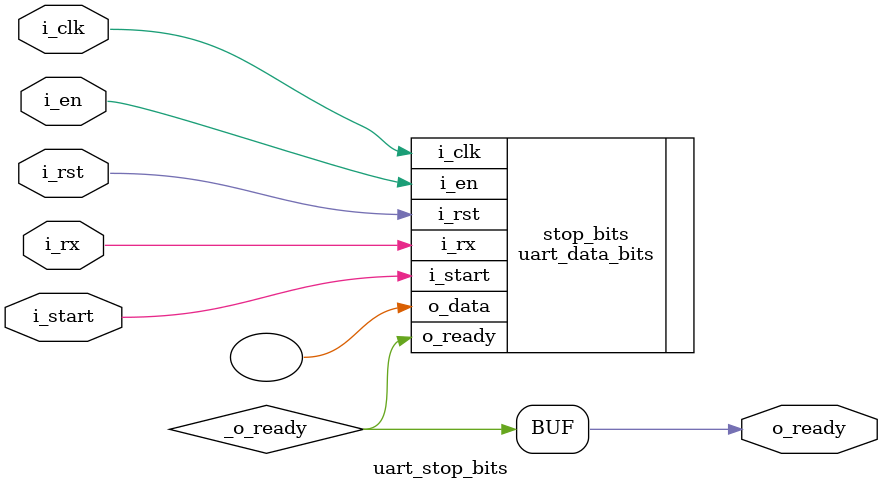
<source format=v>

module uart_stop_bits(i_clk, i_rst, i_en, i_rx, i_start, o_ready);

// This ends up being longer the 2 full bits ... which I think will be OK.
parameter OSR       = 16;
parameter STOP_BITS =  2;

input wire i_clk;
input wire i_rst;
input wire i_en;
input wire i_rx;
input wire i_start;

output wire o_ready;

assign o_ready = _o_ready;
wire _o_ready;

uart_data_bits #(
    .OSR(OSR),
    .DATA_BITS(STOP_BITS)
) stop_bits (
    .i_rx(i_rx),
    .i_clk(i_clk),
    .i_rst(i_rst),
    .i_en(i_en),
    .i_start(i_start),
    .o_data(),
    .o_ready(_o_ready)
);

endmodule

</source>
